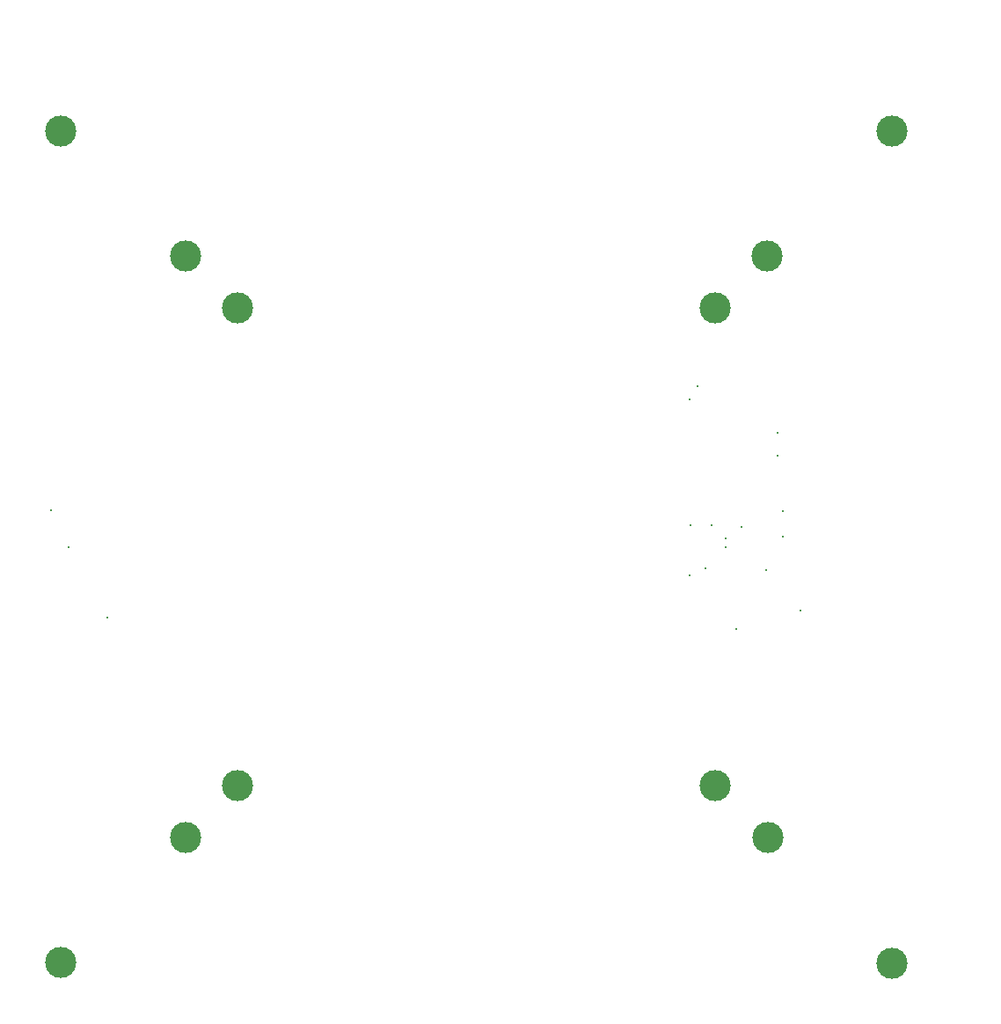
<source format=gbr>
%TF.GenerationSoftware,Altium Limited,Altium Designer,24.0.1 (36)*%
G04 Layer_Color=0*
%FSLAX25Y25*%
%MOIN*%
%TF.SameCoordinates,674ED1FF-067C-45DD-8C41-4F82C3FA2B26*%
%TF.FilePolarity,Positive*%
%TF.FileFunction,Plated,1,2,PTH,Drill*%
%TF.Part,Single*%
G01*
G75*
%TA.AperFunction,OtherDrill,Pad Free-M1 (3346.457mil,3346.457mil)*%
%ADD93C,0.11811*%
%TA.AperFunction,OtherDrill,Pad Free-M1 (196.85mil,3346.457mil)*%
%ADD94C,0.11811*%
%TA.AperFunction,OtherDrill,Pad Free-M1 (3346.457mil,192.299mil)*%
%ADD95C,0.11811*%
%TA.AperFunction,OtherDrill,Pad Free-M1 (196.85mil,196.85mil)*%
%ADD96C,0.11811*%
%TA.AperFunction,OtherDrill,Pad Free-M1 (669.291mil,2874.016mil)*%
%ADD97C,0.11811*%
%TA.AperFunction,OtherDrill,Pad Free-M1 (2874.016mil,2874.016mil)*%
%ADD98C,0.11811*%
%TA.AperFunction,OtherDrill,Pad Free-M1 (2875.014mil,669.15mil)*%
%ADD99C,0.11811*%
%TA.AperFunction,OtherDrill,Pad Free-M1 (669.291mil,669.291mil)*%
%ADD100C,0.11811*%
%TA.AperFunction,OtherDrill,Pad Free-M1 (2677.165mil,2677.165mil)*%
%ADD101C,0.11811*%
%TA.AperFunction,OtherDrill,Pad Free-M1 (866.142mil,2677.165mil)*%
%ADD102C,0.11811*%
%TA.AperFunction,OtherDrill,Pad Free-M1 (2677.165mil,866.142mil)*%
%ADD103C,0.11811*%
%TA.AperFunction,OtherDrill,Pad Free-M1 (866.142mil,866.142mil)*%
%ADD104C,0.11811*%
%TA.AperFunction,ViaDrill,NotFilled*%
%ADD105C,0.00591*%
%ADD106C,0.01181*%
D93*
X334646Y334646D02*
D03*
D94*
X19685Y334646D02*
D03*
D95*
X334646Y19230D02*
D03*
D96*
X19685Y19685D02*
D03*
D97*
X66929Y287402D02*
D03*
D98*
X287402D02*
D03*
D99*
X287501Y66915D02*
D03*
D100*
X66929Y66929D02*
D03*
D101*
X267717Y267717D02*
D03*
D102*
X86614D02*
D03*
D103*
X267717Y86614D02*
D03*
D104*
X86614D02*
D03*
D105*
X257113Y178848D02*
D03*
X258794Y177165D02*
D03*
X182310D02*
D03*
X251200Y140800D02*
D03*
X202756Y5906D02*
D03*
X320866Y242126D02*
D03*
Y124016D02*
D03*
X281496Y5906D02*
D03*
Y45276D02*
D03*
X340551Y301181D02*
D03*
X64961Y143701D02*
D03*
X5906Y124016D02*
D03*
X340551D02*
D03*
X64961Y45276D02*
D03*
X183071Y281496D02*
D03*
X84646Y45276D02*
D03*
X5906Y261811D02*
D03*
X183071Y64961D02*
D03*
Y25591D02*
D03*
X25591Y183071D02*
D03*
X301181Y45276D02*
D03*
X340551Y143701D02*
D03*
Y104331D02*
D03*
X124016Y25591D02*
D03*
X320866Y84646D02*
D03*
X64961D02*
D03*
X84646Y5906D02*
D03*
X25591Y163386D02*
D03*
X64961Y5906D02*
D03*
X25591Y124016D02*
D03*
X143701Y25591D02*
D03*
X5906Y45276D02*
D03*
Y202756D02*
D03*
X104331Y45276D02*
D03*
X301181Y261811D02*
D03*
X320866Y143701D02*
D03*
X222441Y5906D02*
D03*
X301181Y143701D02*
D03*
X340551Y281496D02*
D03*
X64961Y202756D02*
D03*
X25591D02*
D03*
X340551Y183071D02*
D03*
X45276Y104331D02*
D03*
X25591Y281496D02*
D03*
X340551Y222441D02*
D03*
X124016Y64961D02*
D03*
X340551Y202756D02*
D03*
X261811Y25591D02*
D03*
X124016Y281496D02*
D03*
X5906Y143701D02*
D03*
X64961Y104331D02*
D03*
X340551Y242126D02*
D03*
X64961Y340551D02*
D03*
X5906Y242126D02*
D03*
Y104331D02*
D03*
X301181Y124016D02*
D03*
X25591Y242126D02*
D03*
X84646Y64961D02*
D03*
X64961Y183071D02*
D03*
X163386Y5906D02*
D03*
X242126Y281496D02*
D03*
X301181Y301181D02*
D03*
X25591Y64961D02*
D03*
X143701Y5906D02*
D03*
X261811D02*
D03*
Y64961D02*
D03*
X143701D02*
D03*
X281496Y202756D02*
D03*
X104331Y281496D02*
D03*
X45276Y261811D02*
D03*
Y281496D02*
D03*
X5906Y163386D02*
D03*
X301181Y320866D02*
D03*
X320866Y301181D02*
D03*
X124016Y5906D02*
D03*
X64961Y242126D02*
D03*
X5906Y64961D02*
D03*
X320866Y45276D02*
D03*
X104331Y64961D02*
D03*
X163386Y281496D02*
D03*
X242126Y5906D02*
D03*
X301181Y222441D02*
D03*
X45276D02*
D03*
X301181Y5906D02*
D03*
X45276Y124016D02*
D03*
Y84646D02*
D03*
Y320866D02*
D03*
Y242126D02*
D03*
X281496Y124016D02*
D03*
X202756Y281496D02*
D03*
X25591Y261811D02*
D03*
X64961D02*
D03*
X45276Y64961D02*
D03*
X281496Y340551D02*
D03*
X320866Y261811D02*
D03*
X25591Y45276D02*
D03*
X5906Y183071D02*
D03*
X25591Y104331D02*
D03*
X183071Y5906D02*
D03*
X202756Y25591D02*
D03*
X5906Y320866D02*
D03*
X320866Y281496D02*
D03*
X25591Y143701D02*
D03*
X340551Y163386D02*
D03*
X5906Y281496D02*
D03*
X301181Y202756D02*
D03*
X163386Y25591D02*
D03*
X104331D02*
D03*
X25591Y222441D02*
D03*
X84646Y25591D02*
D03*
X45276Y340551D02*
D03*
X163386Y64961D02*
D03*
X45276Y5906D02*
D03*
X320866D02*
D03*
X301181Y25591D02*
D03*
X45276D02*
D03*
X242126Y64961D02*
D03*
X281496Y25591D02*
D03*
X25591Y301181D02*
D03*
X5906D02*
D03*
X104331Y5906D02*
D03*
X301181Y340551D02*
D03*
X64961Y25591D02*
D03*
X360236Y45276D02*
D03*
X202756Y64961D02*
D03*
X281496Y222441D02*
D03*
X340551Y261811D02*
D03*
X45276Y301181D02*
D03*
X64961Y163386D02*
D03*
X281496D02*
D03*
X5906Y84646D02*
D03*
X25591D02*
D03*
X64961Y320866D02*
D03*
X124016Y45276D02*
D03*
X222441Y281496D02*
D03*
X281496Y320866D02*
D03*
X320866D02*
D03*
X143701Y281496D02*
D03*
X5906Y222441D02*
D03*
X258768Y246063D02*
D03*
X277215Y218160D02*
D03*
X276772Y238583D02*
D03*
X285433Y161417D02*
D03*
X257113Y175591D02*
D03*
X323838Y214358D02*
D03*
Y207232D02*
D03*
X324203Y189349D02*
D03*
X222441Y25591D02*
D03*
X212087D02*
D03*
X192087D02*
D03*
X232087Y26204D02*
D03*
X331011Y45429D02*
D03*
X289717Y247835D02*
D03*
X299456Y180709D02*
D03*
X282238Y147683D02*
D03*
X302071Y168701D02*
D03*
X331632Y56765D02*
D03*
X353934Y57765D02*
D03*
X336614Y47107D02*
D03*
X339345Y47480D02*
D03*
X339740Y52675D02*
D03*
X338987Y61263D02*
D03*
X341980Y77389D02*
D03*
X337215Y51718D02*
D03*
Y61422D02*
D03*
X339009Y77065D02*
D03*
X342179Y47072D02*
D03*
X342185Y52054D02*
D03*
X342179Y61303D02*
D03*
Y68721D02*
D03*
X344409Y68708D02*
D03*
X326460Y45551D02*
D03*
X326577Y54583D02*
D03*
Y61303D02*
D03*
X326313Y67289D02*
D03*
X324070Y47072D02*
D03*
X323998Y52390D02*
D03*
X366535Y374856D02*
D03*
X172030Y175591D02*
D03*
X230842Y77146D02*
D03*
X258768Y211614D02*
D03*
X258794Y137795D02*
D03*
X244219Y54630D02*
D03*
X241534Y46701D02*
D03*
X275590Y43500D02*
D03*
X257113Y139084D02*
D03*
X321861Y153814D02*
D03*
X318392Y165472D02*
D03*
X312325Y109433D02*
D03*
X311597Y93364D02*
D03*
X291998Y99594D02*
D03*
X292072Y105436D02*
D03*
X288630Y99239D02*
D03*
Y105436D02*
D03*
X171260Y244094D02*
D03*
X172030Y210039D02*
D03*
Y136687D02*
D03*
X330709Y202953D02*
D03*
X313007Y200787D02*
D03*
X332677D02*
D03*
X316030D02*
D03*
X182283Y246063D02*
D03*
X180687Y247880D02*
D03*
X257087Y247352D02*
D03*
X180714Y139612D02*
D03*
Y178982D02*
D03*
X180687Y213431D02*
D03*
X182283Y211614D02*
D03*
X308268Y217520D02*
D03*
X257087Y212903D02*
D03*
Y210039D02*
D03*
X182310Y137795D02*
D03*
X257113Y136221D02*
D03*
X257087Y244488D02*
D03*
X326772Y204724D02*
D03*
Y210630D02*
D03*
X285433Y155512D02*
D03*
X307109Y184449D02*
D03*
X314392Y192913D02*
D03*
X312992Y212598D02*
D03*
D106*
X258114Y185407D02*
D03*
X260844Y238099D02*
D03*
X257924Y232950D02*
D03*
X291339Y220472D02*
D03*
X277559Y184785D02*
D03*
X271490Y180421D02*
D03*
Y177165D02*
D03*
X266191Y185284D02*
D03*
X263919Y169143D02*
D03*
X286929Y168504D02*
D03*
X275590Y146066D02*
D03*
X257924Y166379D02*
D03*
X37402Y150400D02*
D03*
X22665Y177165D02*
D03*
X15748Y190945D02*
D03*
X299890Y152972D02*
D03*
X291339Y211614D02*
D03*
X293307Y181004D02*
D03*
Y190584D02*
D03*
%TF.MD5,e1a7c39e1896d00b82a114ea8cb01441*%
M02*

</source>
